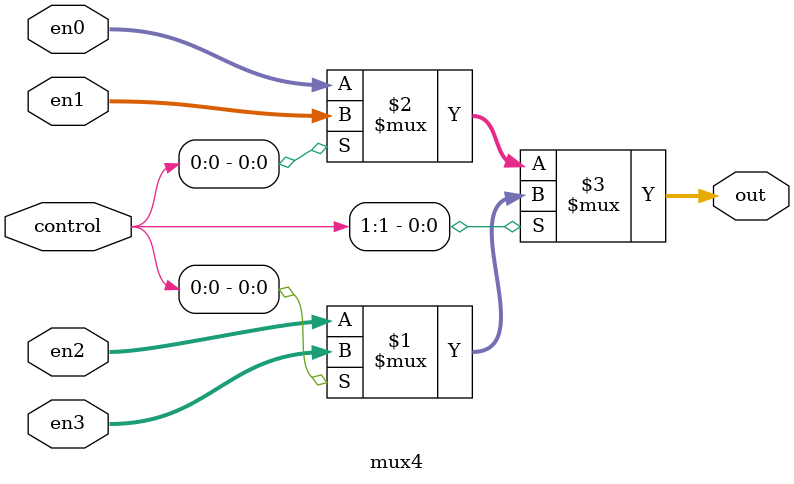
<source format=sv>
module mux4(input logic [23:0] en0, en1, en2, en3, input logic [1:0] control, output logic [23:0] out);

assign out = control[1] ? (control[0] ? en3 : en2) : (control[0] ? en1 : en0);

endmodule

</source>
